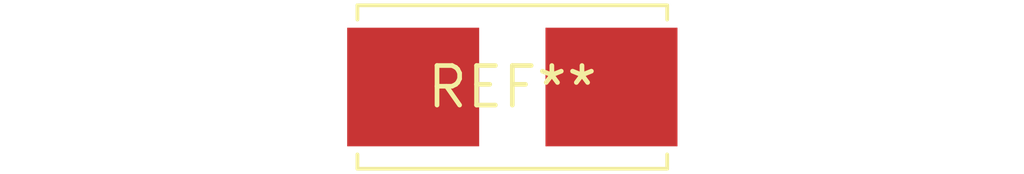
<source format=kicad_pcb>
(kicad_pcb (version 20240108) (generator pcbnew)
  (layers (0 "F.Cu" signal) (31 "B.Cu" signal) (34 "B.Paste" user) (35 "F.Paste" user) (36 "B.SilkS" user "B.Silkscreen") (37 "F.SilkS" user "F.Silkscreen") (38 "B.Mask" user) (39 "F.Mask" user) (44 "Edge.Cuts" user))
  (net 0 "")
  (footprint "Fuseholder_Littelfuse_Nano2_154x" (layer "F.Cu") (at 0 0)
    (property "Reference" "REF**")
    (property "Value" "Fuseholder_Littelfuse_Nano2_154x")
    (fp_line (start -4.975 -2.625) (end -4.975 -2.165) (layer "F.SilkS") (stroke (width 0.12)))
    (fp_line (start -4.975 -2.625) (end 4.975 -2.625) (layer "F.SilkS") (stroke (width 0.12)))
    (fp_line (start -4.975 2.165) (end -4.975 2.625) (layer "F.SilkS") (stroke (width 0.12)))
    (fp_line (start -4.975 2.625) (end 4.975 2.625) (layer "F.SilkS") (stroke (width 0.12)))
    (fp_line (start 4.975 -2.625) (end 4.975 -2.165) (layer "F.SilkS") (stroke (width 0.12)))
    (fp_line (start 4.975 2.625) (end 4.975 2.165) (layer "F.SilkS") (stroke (width 0.12)))
    (pad "1" smd rect (at -3.185 0) (size 4.24 3.81) (layers "F.Cu" "F.Paste" "F.Mask"))
    (pad "2" smd rect (at 3.185 0) (size 4.24 3.81) (layers "F.Cu" "F.Paste" "F.Mask"))
  )
)
</source>
